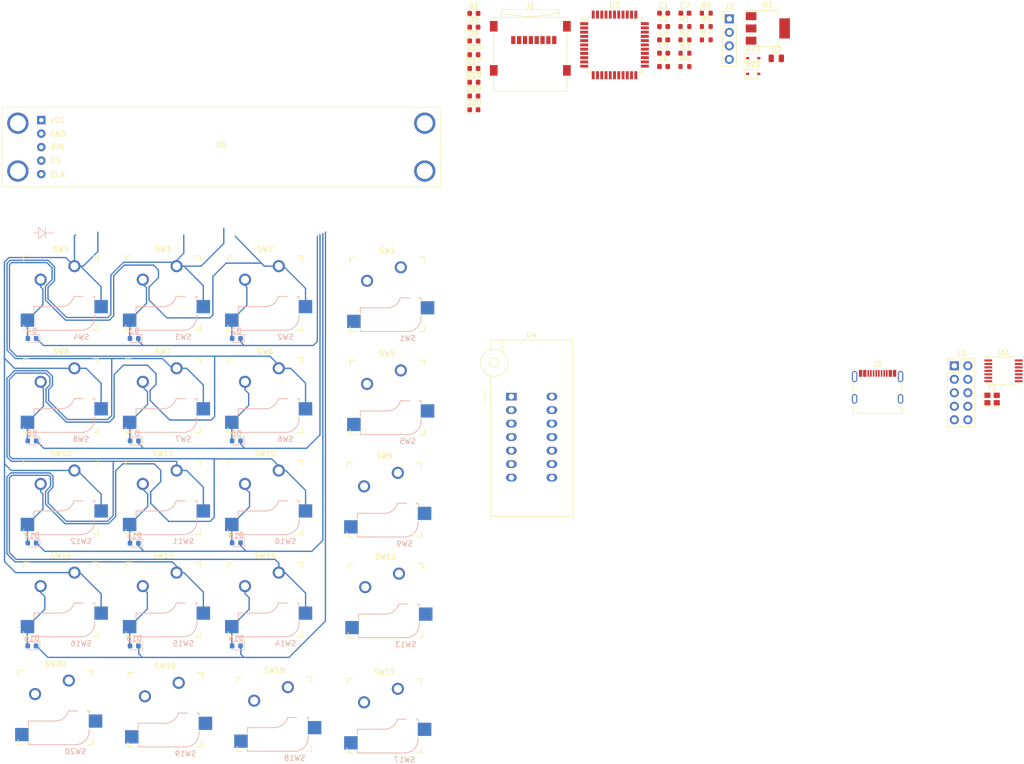
<source format=kicad_pcb>
(kicad_pcb (version 20221018) (generator pcbnew)
  (layers (0 "F.Cu" signal) (31 "B.Cu" signal) (34 "B.Paste" user) (35 "F.Paste" user) (36 "B.SilkS" user "B.Silkscreen") (37 "F.SilkS" user "F.Silkscreen") (38 "B.Mask" user) (39 "F.Mask" user) (44 "Edge.Cuts" user))
  (net 0 "")
  (net 1 "Net-(D2-A)")
  (net 2 "Net-(D3-A)")
  (net 3 "Net-(D4-A)")
  (net 4 "Net-(D6-A)")
  (net 5 "Net-(D7-A)")
  (net 6 "Net-(D8-A)")
  (net 7 "Net-(D10-A)")
  (net 8 "Net-(D11-A)")
  (net 9 "Net-(D12-A)")
  (net 10 "Net-(D14-A)")
  (net 11 "Net-(D15-A)")
  (net 12 "Net-(D16-A)")
  (net 13 "/MOSI")
  (net 14 "VCC")
  (net 16 "GND")
  (net 17 "/~{RESET}")
  (net 18 "/SCK")
  (net 19 "/MISO")
  (net 20 "Net-(D22-K)")
  (net 21 "Net-(D21-K)")
  (net 22 "Net-(D1-A)")
  (net 23 "Net-(U3-UCAP)")
  (net 24 "ROW0")
  (net 25 "ROW1")
  (net 26 "ROW2")
  (net 27 "Net-(D5-A)")
  (net 28 "Net-(D9-A)")
  (net 29 "Net-(D13-A)")
  (net 30 "Net-(D17-A)")
  (net 31 "Net-(D18-A)")
  (net 32 "Net-(D19-A)")
  (net 33 "Net-(D20-A)")
  (net 34 "Net-(R1-Pad1)")
  (net 35 "Net-(J1-DAT3{slash}CD)")
  (net 36 "Net-(R2-Pad1)")
  (net 37 "Net-(J1-CMD)")
  (net 38 "Net-(J1-CLK)")
  (net 39 "Net-(R3-Pad1)")
  (net 40 "+3.3V")
  (net 44 "/SDA")
  (net 45 "/SCL")
  (net 47 "Net-(U3-XTAL1)")
  (net 48 "Net-(U3-XTAL2)")
  (net 49 "ROW3")
  (net 50 "ROW4")
  (net 53 "Net-(J5-CC1)")
  (net 55 "Net-(J5-CC2)")
  (net 57 "Net-(U3-PB4)")
  (net 58 "Net-(U3-D+)")
  (net 59 "Net-(U3-D-)")
  (net 60 "COL0")
  (net 61 "COL1")
  (net 62 "COL2")
  (net 63 "COL3")
  (net 67 "Net-(U3-PB7)")
  (net 69 "Net-(U3-PB5)")
  (net 70 "Net-(U3-PB6)")
  (footprint "keyswitches:Kailh_socket_MX_optional_compatible" (layer "F.Cu") (at 98.75 82.24)
    (fp_text reference "SW4")
    (fp_text value "SW_1")
  )
  (footprint "keyswitches:Kailh_socket_MX_optional_compatible" (layer "F.Cu") (at 117.96 82.24)
    (fp_text reference "SW3")
    (fp_text value "SW_2")
  )
  (footprint "keyswitches:Kailh_socket_MX_optional_compatible" (layer "F.Cu") (at 137.17 82.24)
    (fp_text reference "SW2")
    (fp_text value "SW_3")
  )
  (footprint "keyswitches:Kailh_socket_MX_optional_compatible" (layer "F.Cu") (at 98.75 101.46)
    (fp_text reference "SW8")
    (fp_text value "SW_4")
  )
  (footprint "keyswitches:Kailh_socket_MX_optional_compatible" (layer "F.Cu") (at 117.96 101.46)
    (fp_text reference "SW7")
    (fp_text value "SW_5")
  )
  (footprint "keyswitches:Kailh_socket_MX_optional_compatible" (layer "F.Cu") (at 137.17 101.46)
    (fp_text reference "SW6")
    (fp_text value "SW_6")
  )
  (footprint "keyswitches:Kailh_socket_MX_optional_compatible" (layer "F.Cu") (at 98.75 120.68)
    (fp_text reference "SW12")
    (fp_text value "SW_7")
  )
  (footprint "keyswitches:Kailh_socket_MX_optional_compatible" (layer "F.Cu") (at 117.96 120.68)
    (fp_text reference "SW11")
    (fp_text value "SW_8")
  )
  (footprint "keyswitches:Kailh_socket_MX_optional_compatible" (layer "F.Cu") (at 137.17 120.68)
    (fp_text reference "SW10")
    (fp_text value "SW_9")
  )
  (footprint "keyswitches:Kailh_socket_MX_optional_compatible" (layer "F.Cu") (at 98.75 139.9)
    (fp_text reference "SW16")
    (fp_text value "SW_Star")
  )
  (footprint "keyswitches:Kailh_socket_MX_optional_compatible" (layer "F.Cu") (at 117.96 139.9)
    (fp_text reference "SW15")
    (fp_text value "SW_0")
  )
  (footprint "keyswitches:Kailh_socket_MX_optional_compatible" (layer "F.Cu") (at 137.17 139.9)
    (fp_text reference "SW14")
    (fp_text value "SW_Hash")
  )
  (footprint "keyswitches:Kailh_socket_MX_optional_compatible" (layer "F.Cu") (at 160.12 82.46)
    (fp_text reference "SW1")
    (fp_text value "SW_3")
  )
  (footprint "Diode_SMD:D_0603_1608Metric" (layer "F.Cu") (at 173.855 39.865)
    (fp_text reference "D9")
    (fp_text value "D")
  )
  (footprint "Connector_Card:microSD_HC_Wuerth_693072010801" (layer "F.Cu") (at 184.465 41.26)
    (fp_text reference "J1")
    (fp_text value "Micro_SD_Card")
  )
  (footprint "Package_QFP:TQFP-44_10x10mm_P0.8mm" (layer "F.Cu") (at 200.295 40.615)
    (fp_text reference "U3")
    (fp_text value "ATmega32U4-AU")
  )
  (footprint "Diode_SMD:D_SOD-323" (layer "F.Cu") (at 226.37 46.065)
    (fp_text reference "D22")
    (fp_text value "BZX384-xxx")
  )
  (footprint "Resistor_SMD:R_0603_1608Metric" (layer "F.Cu") (at 217.545 39.665)
    (fp_text reference "R7")
    (fp_text value "5k6")
  )
  (footprint "Capacitor_SMD:C_0603_1608Metric" (layer "F.Cu") (at 209.525 42.175)
    (fp_text reference "C5")
    (fp_text value "9pF")
  )
  (footprint "Diode_SMD:D_0603_1608Metric" (layer "F.Cu") (at 173.855 45.045)
    (fp_text reference "D17")
    (fp_text value "D")
  )
  (footprint "keyswitches:Kailh_socket_MX_optional_compatible" (layer "F.Cu") (at 138.89 161.45)
    (fp_text reference "SW18")
    (fp_text value "SW_Hash")
  )
  (footprint "Resistor_SMD:R_0603_1608Metric" (layer "F.Cu") (at 217.545 34.645)
    (fp_text reference "R5")
    (fp_text value "22")
  )
  (footprint "Capacitor_SMD:C_0603_1608Metric" (layer "F.Cu") (at 209.525 44.685)
    (fp_text reference "C6")
    (fp_text value "9pF")
  )
  (footprint "Socket:DIP_Socket-14_W4.3_W5.08_W7.62_W10.16_W10.9_3M_214-3339-00-0602J" (layer "F.Cu") (at 180.9 106.78)
    (fp_text reference "U4")
    (fp_text value "AT24CS64-XHM")
  )
  (footprint "Diode_SMD:D_0603_1608Metric" (layer "F.Cu") (at 173.855 34.685)
    (fp_text reference "D1")
    (fp_text value "D")
  )
  (footprint "Resistor_SMD:R_0603_1608Metric" (layer "F.Cu") (at 217.545 37.155)
    (fp_text reference "R6")
    (fp_text value "5k6")
  )
  (footprint "Resistor_SMD:R_0603_1608Metric" (layer "F.Cu") (at 213.535 44.685)
    (fp_text reference "R4")
    (fp_text value "22")
  )
  (footprint "Resistor_SMD:R_0603_1608Metric" (layer "F.Cu") (at 213.535 39.665)
    (fp_text reference "R2")
    (fp_text value "3k3")
  )
  (footprint "Package_TO_SOT_SMD:SOT-223-3_TabPin2" (layer "F.Cu") (at 229.125 37.515)
    (fp_text reference "U1")
    (fp_text value "AMS1117-3.3")
  )
  (footprint "Capacitor_SMD:C_0603_1608Metric" (layer "F.Cu") (at 209.525 39.665)
    (fp_text reference "C4")
    (fp_text value "100nF")
  )
  (footprint "Crystal:Crystal_SMD_2520-4Pin_2.5x2.0mm" (layer "F.Cu") (at 271.285 107.24)
    (fp_text reference "Y1")
    (fp_text value "16MHz")
  )
  (footprint "Diode_SMD:D_SOD-323" (layer "F.Cu") (at 226.37 43.115)
    (fp_text reference "D21")
    (fp_text value "BZX384-xxx")
  )
  (footprint "keyswitches:Kailh_socket_MX_optional_compatible" (layer "F.Cu") (at 159.56 161.76)
    (fp_text reference "SW17")
    (fp_text value "SW_Hash")
  )
  (footprint "Capacitor_SMD:C_0805_2012Metric" (layer "F.Cu") (at 230.715 43.145)
    (fp_text reference "C3")
    (fp_text value "10uF/10V")
  )
  (footprint "keyswitches:Kailh_socket_MX_optional_compatible" (layer "F.Cu") (at 118.36 160.63)
    (fp_text reference "SW19")
    (fp_text value "SW_0")
  )
  (footprint "Resistor_SMD:R_0603_1608Metric" (layer "F.Cu") (at 213.535 37.155)
    (fp_text reference "R1")
    (fp_text value "3k3")
  )
  (footprint "Diode_SMD:D_0603_1608Metric" (layer "F.Cu") (at 173.855 37.275)
    (fp_text reference "D5")
    (fp_text value "D")
  )
  (footprint "Connector_USB:USB_C_Receptacle_G-Switch_GT-USB-7010ASV" (layer "F.Cu") (at 249.75 106.135)
    (fp_text reference "J5")
    (fp_text value "USB_A")
  )
  (footprint "Connector_PinHeader_2.54mm:PinHeader_2x05_P2.54mm_Vertical" (layer "F.Cu") (at 264.185 100.99)
    (fp_text reference "J3")
    (fp_text value "Conn_02x04_Odd_Even")
  )
  (footprint "Capacitor_SMD:C_0603_1608Metric" (layer "F.Cu") (at 213.535 34.645)
    (fp_text reference "C7")
    (fp_text value "1uF")
  )
  (footprint "Resistor_SMD:R_0603_1608Metric" (layer "F.Cu") (at 213.535 42.175)
    (fp_text reference "R3")
    (fp_text value "3k3")
  )
  (footprint "keyswitches:Kailh_socket_MX_optional_compatible" (layer "F.Cu") (at 160.12 101.86)
    (fp_text reference "SW5")
    (fp_text value "SW_6")
  )
  (footprint "Diode_SMD:D_0603_1608Metric" (layer "F.Cu") (at 173.855 42.455)
    (fp_text reference "D13")
    (fp_text value "D")
  )
  (footprint "Diode_SMD:D_0603_1608Metric" (layer "F.Cu") (at 173.855 47.635)
    (fp_text reference "D18")
    (fp_text value "D")
  )
  (footprint "keyswitches:Kailh_socket_MX_optional_compatible" (layer "F.Cu") (at 159.56 121.13)
    (fp_text reference "SW9")
    (fp_text value "SW_9")
  )
  (footprint "keyswitches:Kailh_socket_MX_optional_compatible" (layer "F.Cu") (at 159.775 140.09)
    (fp_text reference "SW13")
    (fp_text value "SW_Hash")
  )
  (footprint "Capacitor_SMD:C_0603_1608Metric" (layer "F.Cu") (at 209.525 37.155)
    (fp_text reference "C2")
    (fp_text value "100nF")
  )
  (footprint "keyswitches:Kailh_socket_MX_optional_compatible" (layer "F.Cu") (at 97.7 160.21)
    (fp_text reference "SW20")
    (fp_text value "SW_Star")
  )
  (footprint "Package_SO:TSSOP-14_4.4x5mm_P0.65mm" (layer "F.Cu") (at 273.435 101.94)
    (fp_text reference "U2")
    (fp_text value "74LVC125")
  )
  (footprint "Connector_PinHeader_2.54mm:PinHeader_1x04_P2.54mm_Vertical" (layer "F.Cu") (at 221.875 35.715)
    (fp_text reference "J2")
    (fp_text value "Conn_01x04")
  )
  (footprint "Capacitor_SMD:C_0603_1608Metric" (layer "F.Cu") (at 209.525 34.645)
    (fp_text reference "C1")
    (fp_text value "100nF")
  )
  (footprint "Diode_SMD:D_0603_1608Metric" (layer "F.Cu") (at 173.855 52.815)
    (fp_text reference "D20")
    (fp_text value "D")
  )
  (footprint "MyFootprints:Display_x8_MAX7219" (layer "F.Cu") (at 126.365 59.845)
    (fp_text reference "U5")
    (fp_text value "MAX7219")
  )
  (footprint "Diode_SMD:D_0603_1608Metric" (layer "F.Cu") (at 173.855 50.225)
    (fp_text reference "D19")
    (fp_text value "D")
  )
  (footprint "Diode_SMD:D_0603_1608Metric" (layer "B.Cu") (at 90.77 95.85 180)
    (fp_text reference "D4")
    (fp_text value "D")
  )
  (footprint "Diode_SMD:D_0603_1608Metric" (layer "B.Cu") (at 109.98 95.85 180)
    (fp_text reference "D3")
    (fp_text value "D")
  )
  (footprint "Diode_SMD:D_0603_1608Metric" (layer "B.Cu") (at 129.19 95.85 180)
    (fp_text reference "D2")
    (fp_text value "D")
  )
  (footprint "Diode_SMD:D_0603_1608Metric" (layer "B.Cu") (at 90.77 115.12 180)
    (fp_text reference "D8")
    (fp_text value "D")
  )
  (footprint "Diode_SMD:D_0603_1608Metric" (layer "B.Cu") (at 110 115.12 180)
    (fp_text reference "D7")
    (fp_text value "D")
  )
  (footprint "Diode_SMD:D_0603_1608Metric" (layer "B.Cu") (at 129.19 115.12 180)
    (fp_text reference "D6")
    (fp_text value "D")
  )
  (footprint "Diode_SMD:D_0603_1608Metric" (layer "B.Cu") (at 90.77 134.33 180)
    (fp_text reference "D12")
    (fp_text value "D")
  )
  (footprint "Diode_SMD:D_0603_1608Metric" (layer "B.Cu") (at 109.99 134.37 180)
    (fp_text reference "D11")
    (fp_text value "D")
  )
  (footprint "Diode_SMD:D_0603_1608Metric" (layer "B.Cu") (at 129.19 134.3 180)
    (fp_text reference "D10")
    (fp_text value "D")
  )
  (footprint "Diode_SMD:D_0603_1608Metric" (layer "B.Cu") (at 90.75 153.69 180)
    (fp_text reference "D16")
    (fp_text value "D")
  )
  (footprint "Diode_SMD:D_0603_1608Metric" (layer "B.Cu") (at 109.99 153.69 180)
    (fp_text reference "D15")
    (fp_text value "D")
  )
  (footprint "Diode_SMD:D_0603_1608Metric" (layer "B.Cu") (at 129.19 153.69 180)
    (fp_text reference "D14")
    (fp_text value "D")
  )
  (gr_line (start 93.3 76.01) (end 92 75) (stroke (width 0.12)) (layer "B.SilkS"))
  (gr_line (start 92 77) (end 93.3 76.01) (stroke (width 0.12)) (layer "B.SilkS"))
  (gr_line (start 92 75) (end 92 77) (stroke (width 0.12)) (layer "B.SilkS"))
  (gr_line (start 91 76) (end 91.99 76) (stroke (width 0.12)) (layer "B.SilkS"))
  (gr_line (start 93.3 75) (end 93.3 77) (stroke (width 0.12)) (layer "B.SilkS"))
  (gr_line (start 93.29 76.01) (end 94.85 76.01) (stroke (width 0.12)) (layer "B.SilkS"))
  (segment (start 131.17 86.2) (end 131.17 89.57) (width 0.25) (layer "B.Cu") (net 1))
  (segment (start 128.34 95.85) (end 128.34 92.4) (width 0.25) (layer "B.Cu") (net 1))
  (segment (start 130.82 84.78) (end 130.82 85.85) (width 0.25) (layer "B.Cu") (net 1))
  (segment (start 130.82 85.85) (end 131.17 86.2) (width 0.25) (layer "B.Cu") (net 1))
  (segment (start 131.17 89.57) (end 128.34 92.4) (width 0.25) (layer "B.Cu") (net 1))
  (segment (start 112.3 89.23) (end 109.13 92.4) (width 0.25) (layer "B.Cu") (net 2))
  (segment (start 111.61 84.78) (end 111.61 85.62) (width 0.25) (layer "B.Cu") (net 2))
  (segment (start 112.3 86.31) (end 112.3 89.23) (width 0.25) (layer "B.Cu") (net 2))
  (segment (start 111.61 85.62) (end 112.3 86.31) (width 0.25) (layer "B.Cu") (net 2))
  (segment (start 109.13 95.85) (end 109.13 92.4) (width 0.25) (layer "B.Cu") (net 2))
  (segment (start 92.82 86.56) (end 92.82 89.5) (width 0.25) (layer "B.Cu") (net 3))
  (segment (start 92.4 86.14) (end 92.82 86.56) (width 0.25) (layer "B.Cu") (net 3))
  (segment (start 92.82 89.5) (end 89.92 92.4) (width 0.25) (layer "B.Cu") (net 3))
  (segment (start 92.4 84.78) (end 92.4 86.14) (width 0.25) (layer "B.Cu") (net 3))
  (segment (start 89.92 95.85) (end 89.92 92.4) (width 0.25) (layer "B.Cu") (net 3))
  (segment (start 130.82 104) (end 130.82 105.51) (width 0.25) (layer "B.Cu") (net 4))
  (segment (start 128.34 115.12) (end 128.34 111.62) (width 0.25) (layer "B.Cu") (net 4))
  (segment (start 130.82 105.51) (end 131.51 106.2) (width 0.25) (layer "B.Cu") (net 4))
  (segment (start 131.51 106.2) (end 131.51 108.45) (width 0.25) (layer "B.Cu") (net 4))
  (segment (start 131.51 108.45) (end 128.34 111.62) (width 0.25) (layer "B.Cu") (net 4))
  (segment (start 112.49 108.26) (end 109.13 111.62) (width 0.25) (layer "B.Cu") (net 5))
  (segment (start 111.61 105.02) (end 112.49 105.9) (width 0.25) (layer "B.Cu") (net 5))
  (segment (start 109.15 111.64) (end 109.13 111.62) (width 0.25) (layer "B.Cu") (net 5))
  (segment (start 109.15 115.12) (end 109.15 111.64) (width 0.25) (layer "B.Cu") (net 5))
  (segment (start 111.61 104) (end 111.61 105.02) (width 0.25) (layer "B.Cu") (net 5))
  (segment (start 112.49 105.9) (end 112.49 108.26) (width 0.25) (layer "B.Cu") (net 5))
  (segment (start 92.92 105.310009) (end 92.92 108.62) (width 0.25) (layer "B.Cu") (net 6))
  (segment (start 92.4 104.790009) (end 92.92 105.310009) (width 0.25) (layer "B.Cu") (net 6))
  (segment (start 89.92 115.12) (end 89.92 111.62) (width 0.25) (layer "B.Cu") (net 6))
  (segment (start 92.92 108.62) (end 89.92 111.62) (width 0.25) (layer "B.Cu") (net 6))
  (segment (start 92.4 104) (end 92.4 104.790009) (width 0.25) (layer "B.Cu") (net 6))
  (segment (start 130.82 123.98) (end 131.67 124.83) (width 0.25) (layer "B.Cu") (net 7))
  (segment (start 128.34 134.3) (end 128.34 130.84) (width 0.25) (layer "B.Cu") (net 7))
  (segment (start 130.82 123.22) (end 130.82 123.98) (width 0.25) (layer "B.Cu") (net 7))
  (segment (start 131.67 127.51) (end 128.34 130.84) (width 0.25) (layer "B.Cu") (net 7))
  (segment (start 131.67 124.83) (end 131.67 127.51) (width 0.25) (layer "B.Cu") (net 7))
  (segment (start 111.61 124.21) (end 112.53 125.13) (width 0.25) (layer "B.Cu") (net 8))
  (segment (start 109.14 130.85) (end 109.13 130.84) (width 0.25) (layer "B.Cu") (net 8))
  (segment (start 111.61 123.22) (end 111.61 124.21) (width 0.25) (layer "B.Cu") (net 8))
  (segment (start 112.53 127.44) (end 109.13 130.84) (width 0.25) (layer "B.Cu") (net 8))
  (segment (start 112.53 125.13) (end 112.53 127.44) (width 0.25) (layer "B.Cu") (net 8))
  (segment (start 109.14 134.37) (end 109.14 130.85) (width 0.25) (layer "B.Cu") (net 8))
  (segment (start 92.83 125.11) (end 92.83 127.93) (width 0.25) (layer "B.Cu") (net 9))
  (segment (start 92.4 123.22) (end 92.4 124.68) (width 0.25) (layer "B.Cu") (net 9))
  (segment (start 92.83 127.93) (end 89.92 130.84) (width 0.25) (layer "B.Cu") (net 9))
  (segment (start 89.92 130.84) (end 89.92 134.33) (width 0.25) (layer "B.Cu") (net 9))
  (segment (start 92.4 124.68) (end 92.83 125.11) (width 0.25) (layer "B.Cu") (net 9))
  (segment (start 131.6 144.63) (end 131.6 146.8) (width 0.25) (layer "B.Cu") (net 10))
  (segment (start 131.6 146.8) (end 128.34 150.06) (width 0.25) (layer "B.Cu") (net 10))
  (segment (start 128.34 153.69) (end 128.34 150.06) (width 0.25) (layer "B.Cu") (net 10))
  (segment (start 130.82 143.85) (end 131.6 144.63) (width 0.25) (layer "B.Cu") (net 10))
  (segment (start 130.82 142.44) (end 130.82 143.85) (width 0.25) (layer "B.Cu") (net 10))
  (segment (start 109.14 153.69) (end 109.14 150.07) (width 0.25) (layer "B.Cu") (net 11))
  (segment (start 111.61 142.44) (end 111.61 142.86) (width 0.25) (layer "B.Cu") (net 11))
  (segment (start 109.14 150.07) (end 109.13 150.06) (width 0.25) (layer "B.Cu") (net 11))
  (segment (start 111.61 142.86) (end 112.46 143.71) (width 0.25) (layer "B.Cu") (net 11))
  (segment (start 112.46 146.73) (end 109.13 150.06) (width 0.25) (layer "B.Cu") (net 11))
  (segment (start 112.46 143.71) (end 112.46 146.73) (width 0.25) (layer "B.Cu") (net 11))
  (segment (start 93.18 146.8) (end 89.92 150.06) (width 0.25) (layer "B.Cu") (net 12))
  (segment (start 93.18 144.42) (end 93.18 146.8) (width 0.25) (layer "B.Cu") (net 12))
  (segment (start 92.4 142.44) (end 92.4 143.64) (width 0.25) (layer "B.Cu") (net 12))
  (segment (start 92.4 143.64) (end 93.18 144.42) (width 0.25) (layer "B.Cu") (net 12))
  (segment (start 89.9 153.69) (end 89.9 150.08) (width 0.25) (layer "B.Cu") (net 12))
  (segment (start 89.9 150.08) (end 89.92 150.06) (width 0.25) (layer "B.Cu") (net 12))
  (segment (start 110.83 96.34) (end 111.66 97.17) (width 0.25) (layer "B.Cu") (net 24))
  (segment (start 130.66 97.17) (end 111.66 97.17) (width 0.25) (layer "B.Cu") (net 24))
  (segment (start 143.66 97.17) (end 144.43 96.4) (width 0.25) (layer "B.Cu") (net 24))
  (segment (start 92.94 97.17) (end 91.62 95.85) (width 0.25) (layer "B.Cu") (net 24))
  (segment (start 144.43 96.4) (end 144.43 76.6) (width 0.25) (layer "B.Cu") (net 24))
  (segment (start 143.66 97.17) (end 130.66 97.17) (width 0.25) (layer "B.Cu") (net 24))
  (segment (start 130.04 95.85) (end 130.04 96.55) (width 0.25) (layer "B.Cu") (net 24))
  (segment (start 110.83 95.85) (end 110.83 96.34) (width 0.25) (layer "B.Cu") (net 24))
  (segment (start 130.04 96.55) (end 130.66 97.17) (width 0.25) (layer "B.Cu") (net 24))
  (segment (start 111.66 97.17) (end 92.94 97.17) (width 0.25) (layer "B.Cu") (net 24))
  (segment (start 144.92 113.99) (end 144.92 76.32) (width 0.25) (layer "B.Cu") (net 25))
  (segment (start 111.74 116.52) (end 93.01 116.51) (width 0.25) (layer "B.Cu") (net 25))
  (segment (start 142.4 116.51) (end 144.92 113.99) (width 0.25) (layer "B.Cu") (net 25))
  (segment (start 110.85 115.12) (end 110.85 115.63) (width 0.25) (layer "B.Cu") (net 25))
  (segment (start 93.01 116.51) (end 91.62 115.12) (width 0.25) (layer "B.Cu") (net 25))
  (segment (start 142.4 116.51) (end 130.77 116.52) (width 0.25) (layer "B.Cu") (net 25))
  (segment (start 130.2 115.14) (end 130.13 115.21) (width 0.25) (layer "B.Cu") (net 25))
  (segment (start 130.04 115.12) (end 130.04 115.79) (width 0.25) (layer "B.Cu") (net 25))
  (segment (start 110.85 115.63) (end 111.74 116.52) (width 0.25) (layer "B.Cu") (net 25))
  (segment (start 130.04 115.79) (end 130.77 116.52) (width 0.25) (layer "B.Cu") (net 25))
  (segment (start 130.77 116.52) (end 111.74 116.52) (width 0.25) (layer "B.Cu") (net 25))
  (segment (start 131.03 135.88) (end 111.81 135.89) (width 0.25) (layer "B.Cu") (net 26))
  (segment (start 130.04 134.3) (end 130.04 134.89) (width 0.25) (layer "B.Cu") (net 26))
  (segment (start 110.84 134.92) (end 111.81 135.89) (width 0.25) (layer "B.Cu") (net 26))
  (segment (start 93.18 135.89) (end 91.62 134.33) (width 0.25) (layer "B.Cu") (net 26))
  (segment (start 145.46 133.81) (end 145.46 76.1) (width 0.25) (layer "B.Cu") (net 26))
  (segment (start 143.38 135.89) (end 145.46 133.81) (width 0.25) (layer "B.Cu") (net 26))
  (segment (start 130.04 134.89) (end 131.03 135.88) (width 0.25) (layer "B.Cu") (net 26))
  (segment (start 111.81 135.89) (end 93.18 135.89) (width 0.25) (layer "B.Cu") (net 26))
  (segment (start 110.84 134.37) (end 110.84 134.92) (width 0.25) (layer "B.Cu") (net 26))
  (segment (start 143.38 135.89) (end 131.03 135.88) (width 0.25) (layer "B.Cu") (net 26))
  (segment (start 139.1 155.85) (end 145.94 149.01) (width 0.25) (layer "B.Cu") (net 49))
  (segment (start 110.84 153.69) (end 110.84 155.14) (width 0.25) (layer "B.Cu") (net 49))
  (segment (start 111.56 155.86) (end 93.76 155.85) (width 0.25) (layer "B.Cu") (net 49))
  (segment (start 130.04 155.26) (end 130.64 155.86) (width 0.25) (layer "B.Cu") (net 49))
  (segment (start 130.04 153.69) (end 130.04 155.26) (width 0.25) (layer "B.Cu") (net 49))
  (segment (start 130.64 155.86) (end 111.56 155.86) (width 0.25) (layer "B.Cu") (net 49))
  (segment (start 139.1 155.85) (end 130.64 155.86) (width 0.25) (layer "B.Cu") (net 49))
  (segment (start 110.84 155.14) (end 111.56 155.86) (width 0.25) (layer "B.Cu") (net 49))
  (segment (start 145.94 149.01) (end 145.94 75.83) (width 0.25) (layer "B.Cu") (net 49))
  (segment (start 93.76 155.85) (end 91.6 153.69) (width 0.25) (layer "B.Cu") (net 49))
  (segment (start 137.19 138.15) (end 136.45 137.41) (width 0.25) (layer "B.Cu") (net 61))
  (segment (start 93.95 121.59) (end 94.25 121.89) (width 0.25) (layer "B.Cu") (net 61))
  (segment (start 86.52 122.07) (end 87 121.59) (width 0.25) (layer "B.Cu") (net 61))
  (segment (start 94.25 121.89) (end 94.25 123.66) (width 0.25) (layer "B.Cu") (net 61))
  (segment (start 106.5 120.75) (end 107.82 119.43) (width 0.25) (layer "B.Cu") (net 61))
  (segment (start 112.98 107.51) (end 116.66 111.19) (width 0.25) (layer "B.Cu") (net 61))
  (segment (start 93.3 88.62) (end 97.08 92.4) (width 0.25) (layer "B.Cu") (net 61))
  (segment (start 96.99 130.69) (end 105.17 130.69) (width 0.25) (layer "B.Cu") (net 61))
  (segment (start 86.54 81.99) (end 86.95 81.58) (width 0.25) (layer "B.Cu") (net 61))
  (segment (start 106.21001 102.61999) (end 107.95 100.88) (width 0.25) (layer "B.Cu") (net 61))
  (segment (start 93.32 127.02) (end 96.99 130.69) (width 0.25) (layer "B.Cu") (net 61))
  (segment (start 134.42 82.2) (end 128.95 76.59) (width 0.25) (layer "B.Cu") (net 61))
  (segment (start 86.52001 103.55) (end 87.70001 102.37) (width 0.25) (layer "B.Cu") (net 61))
  (segment (start 107.95 100.88) (end 112.5 100.88) (width 0.25) (layer "B.Cu") (net 61))
  (segment (start 94.25 123.66) (end 93.32 124.59) (width 0.25) (layer "B.Cu") (net 61))
  (segment (start 137.19 139.9) (end 137.19 138.15) (width 0.25) (layer "B.Cu") (net 61))
  (segment (start 124.26 130.26) (end 125.03 129.49) (width 0.25) (layer "B.Cu") (net 61))
  (segment (start 137.18 82.24) (end 138.02 82.24) (width 0.25) (layer "B.Cu") (net 61))
  (segment (start 125.03 129.49) (end 125.03 118.51) (width 0.25) (layer "B.Cu") (net 61))
  (segment (start 137.19 120.68) (end 138.47 120.68) (width 0.25) (layer "B.Cu") (net 61))
  (segment (start 125.03 118.51) (end 124.99 118.47) (width 0.25) (layer "B.Cu") (net 61))
  (segment (start 137.19 119.86) (end 135.82999 118.49999) (width 0.25) (layer "B.Cu") (net 61))
  (segment (start 137.19 101.46) (end 139.41 101.46) (width 0.25) (layer "B.Cu") (net 61))
  (segment (start 114.1 104.48) (end 112.98 105.6) (width 0.25) (layer "B.Cu") (net 61))
  (segment (start 93.35 102.37) (end 94.14 103.16) (width 0.25) (layer "B.Cu") (net 61))
  (segment (start 93.41 105.29359) (end 93.41 107.77) (width 0.25) (layer "B.Cu") (net 61))
  (segment (start 86.52 136.15) (end 86.52 122.07) (width 0.25) (layer "B.Cu") (net 61))
  (segment (start 105.32 111.58) (end 106.21001 110.68999) (width 0.25) (layer "B.Cu") (net 61))
  (segment (start 112.98 105.6) (end 112.98 107.51) (width 0.25) (layer "B.Cu") (net 61))
  (segment (start 138.02 82.24) (end 142.2 86.42) (width 0.25) (layer "B.Cu") (net 61))
  (segment (start 136.45 137.41) (end 87.78 137.41) (width 0.25) (layer "B.Cu") (net 61))
  (segment (start 94.14 104.56359) (end 93.41 105.29359) (width 0.25) (layer "B.Cu") (net 61))
  (segment (start 137.19 100.88) (end 135.49 99.18) (width 0.25) (layer "B.Cu") (net 61))
  (segment (start 113.1 124.66) (end 113.1 126.87) (width 0.25) (layer "B.Cu") (net 61))
  (segment (start 113.1 126.87) (end 116.49 130.26) (width 0.25) (layer "B.Cu") (net 61))
  (segment (start 137.18 82.24) (end 134.6 82.24) (width 0.25) (layer "B.Cu") (net 61))
  (segment (start 106.13 84.05) (end 108.14 82.04) (width 0.25) (layer "B.Cu") (net 61))
  (segment (start 86.54 97.85) (end 86.54 81.99) (width 0.25) (layer "B.Cu") (net 61))
  (segment (start 142.21 143.75) (end 142.21 147.52) (width 0.25) (layer "B.Cu") (net 61))
  (segment (start 135.49 99.18) (end 125.11 99.18) (width 0.25) (layer "B.Cu") (net 61))
  (segment (start 112.78 86.18) (end 112.78 88.62) (width 0.25) (layer "B.Cu") (net 61))
  (segment (start 138.47 120.68) (end 142.21 124.42) (width 0.25) (layer "B.Cu") (net 61))
  (segment (start 114.98 120.65) (end 114.98 122.78) (width 0.25) (layer "B.Cu") (net 61))
  (segment (start 139.41 101.46) (end 142.21 104.26) (width 0.25) (layer "B.Cu") (net 61))
  (segment (start 124.78 91.42) (end 124.78 84.18) (width 0.25) (layer "B.Cu") (net 61))
  (segment (start 87.026223 118.47) (end 86.52001 117.963787) (width 0.25) (layer "B.Cu") (net 61))
  (segment (start 97.08 92.4) (end 105.31 92.4) (width 0.25) (layer "B.Cu") (net 61))
  (segment (start 87 121.59) (end 93.95 121.59) (width 0.25) (layer "B.Cu") (net 61))
  (segment (start 105.17 130.69) (end 106.5 129.36) (width 0.25) (layer "B.Cu") (net 61))
  (segment (start 134.6 82.24) (end 134.42 82.2) (width 0.25) (layer "B.Cu") (net 61))
  (segment (start 114.55 82.96) (end 114.55 84.41) (width 0.25) (layer "B.Cu") (net 61))
  (segment (start 125.11 99.18) (end 87.87 99.18) (width 0.25) (layer "B.Cu") (net 61))
  (segment (start 142.2 86.42) (end 142.2 89.86) (width 0.25) (layer "B.Cu") (net 61))
  (segment (start 94.55 84.8) (end 93.3 86.05) (width 0.25) (layer "B.Cu") (net 61))
  (segment (start 86.52001 117.963787) (end 86.52001 103.55) (width 0.25) (layer "B.Cu") (net 61))
  (segment (start 86.95 81.58) (end 93.57 81.58) (width 0.25) (layer "B.Cu") (net 61))
  (segment (start 142.21 104.26) (end 142.21 109.08) (width 0.25) (layer "B.Cu") (net 61))
  (segment (start 137.19 101.46) (end 137.19 100.88) (width 0.25) (layer "B.Cu") (net 61))
  (segment (start 106.5 129.36) (end 106.5 120.75) (width 0.25) (layer "B.Cu") (net 61))
  (segment (start 106.21001 110.68999) (end 106.21001 102.61999) (width 0.25) (layer "B.Cu") (net 61))
  (segment (start 138.36 139.9) (end 142.21 143.75) (width 0.25) (layer "B.Cu") (net 61))
  (segment (start 124.48 111.19) (end 125.11 110.56) (width 0.25) (layer "B.Cu") (net 61))
  (segment (start 108.14 82.04) (end 113.63 82.04) (width 0.25) (layer "B.Cu") (net 61))
  (segment (start 93.32 124.59) (end 93.32 127.02) (width 0.25) (layer "B.Cu") (net 61))
  (segment (start 105.31 92.4) (end 106.13 91.58) (width 0.25) (layer "B.Cu") (net 61))
  (segment (start 125.11 110.56) (end 125.11 99.18) (width 0.25) (layer "B.Cu") (net 61))
  (segment (start 114.55 84.41) (end 112.78 86.18) (width 0.25) (layer "B.Cu") (net 61))
  (segment (start 116.13 91.97) (end 124.23 91.97) (width 0.25) (layer "B.Cu") (net 61))
  (segment (start 114.1 102.48) (end 114.1 104.48) (width 0.25) (layer "B.Cu") (net 61))
  (segment (start 97.22 111.58) (end 105.32 111.58) (width 0.25) (layer "B.Cu") (net 61))
  (segment (start 127.29 81.67) (end 133.89 81.67) (width 0.25) (layer "B.Cu") (net 61))
  (segment (start 93.57 81.58) (end 94.55 82.56) (width 0.25) (layer "B.Cu") (net 61))
  (segment (start 112.5 100.88) (end 114.1 102.48) (width 0.25) (layer "B.Cu") (net 61))
  (segment (start 93.3 86.05) (end 93.3 88.62) (width 0.25) (layer "B.Cu") (net 61))
  (segment (start 114.98 122.78) (end 113.1 124.66) (width 0.25) (layer "B.Cu") (net 61))
  (segment (start 124.99 118.47) (end 87.026223 118.47) (width 0.25) (layer "B.Cu") (net 61))
  (segment (start 113.76 119.43) (end 114.98 120.65) (width 0.25) (layer "B.Cu") (net 61))
  (segment (start 112.78 88.62) (end 116.13 91.97) (width 0.25) (layer "B.Cu") (net 61))
  (segment (start 142.21 124.42) (end 142.21 128.3) (width 0.25) (layer "B.Cu") (net 61))
  (segment (start 94.55 82.56) (end 94.55 84.8) (width 0.25) (layer "B.Cu") (net 61))
  (segment (start 87.78 137.41) (end 86.52 136.15) (width 0.25) (layer "B.Cu") (net 61))
  (segment (start 133.89 81.67) (end 134.42 82.2) (width 0.25) (layer "B.Cu") (net 61))
  (segment (start 106.13 91.58) (end 106.13 84.05) (width 0.25) (layer "B.Cu") (net 61))
  (segment (start 124.23 91.97) (end 124.78 91.42) (width 0.25) (layer "B.Cu") (net 61))
  (segment (start 137.19 139.9) (end 138.36 139.9) (width 0.25) (layer "B.Cu") (net 61))
  (segment (start 107.82 119.43) (end 113.76 119.43) (width 0.25) (layer "B.Cu") (net 61))
  (segment (start 135.82999 118.49999) (end 125.03 118.51) (width 0.25) (layer "B.Cu") (net 61))
  (segment (start 124.78 84.18) (end 127.29 81.67) (width 0.25) (layer "B.Cu") (net 61))
  (segment (start 116.66 111.19) (end 124.48 111.19) (width 0.25) (layer "B.Cu") (net 61))
  (segment (start 113.63 82.04) (end 114.55 82.96) (width 0.25) (layer "B.Cu") (net 61))
  (segment (start 87.87 99.18) (end 86.54 97.85) (width 0.25) (layer "B.Cu") (net 61))
  (segment (start 93.41 107.77) (end 97.22 111.58) (width 0.25) (layer "B.Cu") (net 61))
  (segment (start 137.19 120.68) (end 137.19 119.86) (width 0.25) (layer "B.Cu") (net 61))
  (segment (start 94.14 103.16) (end 94.14 104.56359) (width 0.25) (layer "B.Cu") (net 61))
  (segment (start 87.70001 102.37) (end 93.35 102.37) (width 0.25) (layer "B.Cu") (net 61))
  (segment (start 116.49 130.26) (end 124.26 130.26) (width 0.25) (layer "B.Cu") (net 61))
  (segment (start 105.76 110.35) (end 105.76 99.76) (width 0.25) (layer "B.Cu") (net 62))
  (segment (start 86.08 81.69) (end 86.64 81.13) (width 0.25) (layer "B.Cu") (net 62))
  (segment (start 117.96 82.24) (end 119.32 82.24) (width 0.25) (layer "B.Cu") (net 62))
  (segment (start 86.869813 118.95) (end 86.07 118.150187) (width 0.25) (layer "B.Cu") (net 62))
  (segment (start 117.96 82.24) (end 117.96 81.16) (width 0.25) (layer "B.Cu") (net 62))
  (segment (start 117.97 120.68) (end 119.84 120.68) (width 0.25) (layer "B.Cu") (net 62))
  (segment (start 93.89 107.55) (end 97.43 111.09) (width 0.25) (layer "B.Cu") (net 62))
  (segment (start 117.97 139.9) (end 119.33 139.9) (width 0.25) (layer "B.Cu") (net 62))
  (segment (start 104.97 130.24) (end 106.04 129.17) (width 0.25) (layer "B.Cu") (net 62))
  (segment (start 94.71 123.84) (end 93.8 124.75) (width 0.25) (layer "B.Cu") (net 62))
  (segment (start 115.31 99.63) (end 105.63 99.63) (width 0.25) (layer "B.Cu") (net 62))
  (segment (start 122.99 123.83) (end 122.99 128.3) (width 0.25) (layer "B.Cu") (net 62))
  (segment (start 97.43 111.09) (end 105.02 111.09) (width 0.25) (layer "B.Cu") (net 62))
  (segment (start 95 82.35) (end 95 85) (width 0.25) (layer "B.Cu") (net 62))
  (segment (start 93.8 126.81) (end 97.23 130.24) (width 0.25) (layer "B.Cu") (net 62))
  (segment (start 97.26 91.9) (end 105.06 91.9) (width 0.25) (layer "B.Cu") (net 62))
  (segment (start 95 85) (end 93.78 86.22) (width 0.25) (layer "B.Cu") (net 62))
  (segment (start 117.97 101.46) (end 117.14 101.46) (width 0.25) (layer "B.Cu") (net 62))
  (segment (start 117.97 120.68) (end 117.97 119.91) (width 0.25) (layer "B.Cu") (net 62))
  (segment (start 93.78 88.42) (end 97.26 91.9) (width 0.25) (layer "B.Cu") (net 62))
  (segment (start 119.32 82.24) (end 122.98 85.9) (width 0.25) (layer "B.Cu") (net 62))
  (segment (start 105.6 83.92) (end 108.01 81.51) (width 0.25) (layer "B.Cu") (net 62))
  (segment (start 119.85 101.46) (end 122.99 104.6) (width 0.25) (layer "B.Cu") (net 62))
  (segment (start 87.58 137.87) (end 86.06 136.35) (width 0.25) (layer "B.Cu") (net 62))
  (segment (start 86.64 81.13) (end 93.78 81.13) (width 0.25) (layer "B.Cu") (net 62))
  (segment (start 93.89 105.45) (end 93.89 107.55) (width 0.25) (layer "B.Cu") (net 62))
  (segment (start 94.62 102.98) (end 94.62 104.72) (width 0.25) (layer "B.Cu") (net 62))
  (segment (start 117.97 120.68) (end 117.97 118.96) (width 0.25) (layer "B.Cu") (net 62))
  (segment (start 105.76 99.76) (end 105.63 99.63) (width 0.25) (layer "B.Cu") (net 62))
  (segment (start 93.56 101.92) (end 94.62 102.98) (width 0.25) (layer "B.Cu") (net 62))
  (segment (start 94.71 121.71) (end 94.71 123.84) (width 0.25) (layer "B.Cu") (net 62))
  (segment (start 94.14 121.14) (end 94.71 121.71) (width 0.25) (layer "B.Cu") (net 62))
  (segment (start 86.81 121.14) (end 94.14 121.14) (width 0.25) (layer "B.Cu") (net 62))
  (segment (start 119.31 79.81) (end 119.31 76.4) (width 0.25) (layer "B.Cu") (net 62))
  (segment (start 117.23 81.51) (end 117.96 82.24) (width 0.25) (layer "B.Cu") (net 62))
  (segment (start 93.78 81.13) (end 95 82.35) (width 0.25) (layer "B.Cu") (net 62))
  (segment (start 119.33 139.9) (end 122.99 143.56) (width 0.25) (layer "B.Cu") (net 62))
  (segment (start 117.97 118.96) (end 117.96 118.95) (width 0.25) (layer "B.Cu") (net 62))
  (segment (start 119.84 120.68) (end 122.99 123.83) (width 0.25) (layer "B.Cu") (net 62))
  (segment (start 106.04 120.97) (end 106.05 120.96) (width 0.25) (layer "B.Cu") (net 62))
  (segment (start 86.08 98.04) (end 86.08 81.69) (width 0.25) (layer "B.Cu") (net 62))
  (segment (start 105.06 91.9) (end 105.6 91.36) (width 0.25) (layer "B.Cu") (net 62))
  (segment (start 122.99 104.6) (end 122.99 109.08) (width 0.25) (layer "B.Cu") (net 62))
  (segment (start 117.96 118.95) (end 86.869813 118.95) (width 0.25) (layer "B.Cu") (net 62))
  (segment (start 117.14 137.87) (end 87.58 137.87) (width 0.25) (layer "B.Cu") (net 62))
  (segment (start 97.23 130.24) (end 104.97 130.24) (width 0.25) (layer "B.Cu") (net 62))
  (segment (start 105.63 99.63) (end 87.67 99.63) (width 0.25) (layer "B.Cu") (net 62))
  (segment (start 117.97 101.46) (end 119.85 101.46) (width 0.25) (layer "B.Cu") (net 62))
  (segment (start 122.98 85.9) (end 122.98 89.86) (width 0.25) (layer "B.Cu") (net 62))
  (segment (start 94.62 104.72) (end 93.89 105.45) (width 0.25) (layer "B.Cu") (net 62))
  (segment (start 86.07 103.35) (end 87.5 101.92) (width 0.25) (layer "B.Cu") (net 62))
  (segment (start 105.02 111.09) (end 105.76 110.35) (width 0.25) (layer "B.Cu") (net 62))
  (segment (start 87.67 99.63) (end 86.08 98.04) (width 0.25) (layer "B.Cu") (net 62))
  (segment (start 93.78 86.22) (end 93.78 88.42) (width 0.25) (layer "B.Cu") (net 62))
  (segment (start 117.97 138.7) (end 117.14 137.87) (width 0.25) (layer "B.Cu") (net 62))
  (segment (start 117.97 139.9) (end 117.97 138.7) (width 0.25) (layer "B.Cu") (net 62))
  (segment (start 122.99 143.56) (end 122.99 147.52) (width 0.25) (layer "B.Cu") (net 62))
  (segment (start 106.04 129.17) (end 106.04 120.97) (width 0.25) (layer "B.Cu") (net 62))
  (segment (start 86.06 136.35) (end 86.06 121.89) (width 0.25) (layer "B.Cu") (net 62))
  (segment (start 93.8 124.75) (end 93.8 126.81) (width 0.25) (layer "B.Cu") (net 62))
  (segment (start 87.5 101.92) (end 93.56 101.92) (width 0.25) (layer "B.Cu") (net 62))
  (segment (start 117.14 101.46) (end 115.31 99.63) (width 0.25) (layer "B.Cu") (net 62))
  (segment (start 126.83 77.97) (end 126.83 75.11) (width 0.25) (layer "B.Cu") (net 62))
  (segment (start 86.07 118.150187) (end 86.07 103.35) (width 0.25) (layer "B.Cu") (net 62))
  (segment (start 108.01 81.51) (end 117.23 81.51) (width 0.25) (layer "B.Cu") (net 62))
  (segment (start 117.96 81.16) (end 119.31 79.81) (width 0.25) (layer "B.Cu") (net 62))
  (segment (start 122.56 82.24) (end 126.83 77.97) (width 0.25) (layer "B.Cu") (net 62))
  (segment (start 117.96 82.24) (end 122.56 82.24) (width 0.25) (layer "B.Cu") (net 62))
  (segment (start 105.6 91.36) (end 105.6 83.92) (width 0.25) (layer "B.Cu") (net 62))
  (segment (start 106.05 120.96) (end 106.05 118.95) (width 0.25) (layer "B.Cu") (net 62))
  (segment (start 86.06 121.89) (end 86.81 121.14) (width 0.25) (layer "B.Cu") (net 62))
  (segment (start 98.75 101.46) (end 87.49 101.46) (width 0.25) (layer "B.Cu") (net 63))
  (segment (start 99.31 120.68) (end 103.77 125.14) (width 0.25) (layer "B.Cu") (net 63))
  (segment (start 86.860758 120.68) (end 85.600379 119.419621) (width 0.25) (layer "B.Cu") (net 63))
  (segment (start 86.44 80.62) (end 97.12 80.62) (width 0.25) (layer "B.Cu") (net 63))
  (segment (start 103.16 75.86) (end 103.16 79.48) (width 0.25) (layer "B.Cu") (net 63))
  (segment (start 98.75 82.24) (end 98.75 76.6) (width 0.25) (layer "B.Cu") (net 63))
  (segment (start 99.78 139.9) (end 103.77 143.89) (width 0.25) (layer "B.Cu") (net 63))
  (segment (start 103.77 104.29) (end 103.77 109.08) (width 0.25) (layer "B.Cu") (net 63))
  (segment (start 87.68 139.9) (end 85.61 137.83) (width 0.25) (layer "B.Cu") (net 63))
  (segment (start 85.600379 119.419621) (end 85.59 99.56) (width 0.25) (layer "B.Cu") (net 63))
  (segment (start 97.12 80.62) (end 98.74 82.24) (width 0.25) (layer "B.Cu") (net 63))
  (segment (start 103.16 79.48) (end 100.4 82.24) (width 0.25) (layer "B.Cu") (net 63))
  (segment (start 85.59 81.47) (end 86.44 80.62) (width 0.25) (layer "B.Cu") (net 63))
  (segment (start 103.76 86.11) (end 103.76 89.86) (width 0.25) (layer "B.Cu") (net 63))
  (segment (start 98.74 82.24) (end 99.89 82.24) (width 0.25) (layer "B.Cu") (net 63))
  (segment (start 98.75 139.9) (end 99.78 139.9) (width 0.25) (layer "B.Cu") (net 63))
  (segment (start 98.75 120.68) (end 86.860758 120.68) (width 0.25) (layer "B.Cu") (net 63))
  (segment (start 85.61 137.83) (end 85.600379 119.419621) (width 0.25) (layer "B.Cu") (net 63))
  (segment (start 103.77 143.89) (end 103.77 147.52) (width 0.25) (layer "B.Cu") (net 63))
  (segment (start 100.4 82.24) (end 98.74 82.24) (width 0.25) (layer "B.Cu") (net 63))
  (segment (start 98.75 101.46) (end 100.94 101.46) (width 0.25) (layer "B.Cu") (net 63))
  (segment (start 99.89 82.24) (end 103.76 86.11) (width 0.25) (layer "B.Cu") (net 63))
  (segment (start 98.75 139.9) (end 87.68 139.9) (width 0.25) (layer "B.Cu") (net 63))
  (segment (start 103.77 125.14) (end 103.77 128.3) (width 0.25) (layer "B.Cu") (net 63))
  (segment (start 100.94 101.46) (end 103.77 104.29) (width 0.25) (layer "B.Cu") (net 63))
  (segment (start 85.59 99.56) (end 85.59 81.47) (width 0.25) (layer "B.Cu") (net 63))
  (segment (start 98.75 120.68) (end 99.31 120.68) (width 0.25) (layer "B.Cu") (net 63))
  (segment (start 98.75 76.6) (end 98.95 76.4) (width 0.25) (layer "B.Cu") (net 63))
  (segment (start 87.49 101.46) (end 85.59 99.56) (width 0.25) (layer "B.Cu") (net 63))
)
</source>
